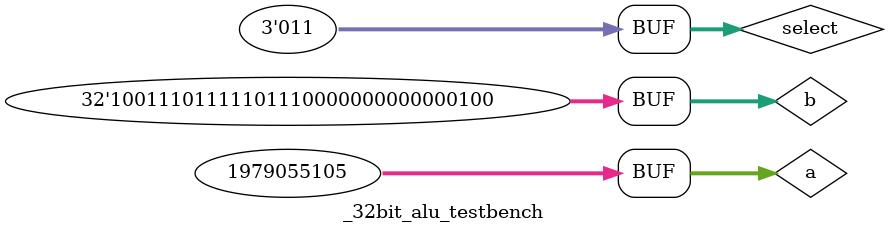
<source format=v>
`define DELAY 20
module _32bit_alu_testbench(); 
reg [31:0]a, b;
reg [2:0]select;
wire [31:0] out;
wire v , z , carry_out;
alu32 al(out,v,z,carry_out, a, b, select);

initial begin

// AND
a = 32'b00100100001010001110000000000100; b = 32'b00100100001010001110000000011110; select = 3'b000;
#`DELAY;
a = 32'b11111111111111111111111111111111; b = 32'b00000000000000000000000000000001; select = 3'b000;
#`DELAY;
a = 32'b10111010111101010111111110111100; b = 32'b10101111100101011111110101011110; select = 3'b000;
#`DELAY;
// OR
a = 32'b01000000000000000000000000000001; b = 32'b11000000000000000000000000000100; select = 3'b001;
#`DELAY;
a = 32'b11111111111111111111111111111111; b = 32'b00000000000000000000000000000001; select = 3'b001;
#`DELAY;
a = 32'b01000010000000001010110100000001; b = 32'b11010010111101111101010000000100; select = 3'b001;
#`DELAY;
// ADD
a = 32'b01100011111111011010100000011100; b = 32'b10000010000010111000000000011000; select = 3'b010;
#`DELAY;
a = 32'b01000000000111010110000000000001; b = 32'b01111100000000000000011100000100; select = 3'b010;
#`DELAY;
a = 32'b11000000000000000000000000000001; b = 32'b01000000000000000000000000000100; select = 3'b010;
#`DELAY;

// SUBSTRACT
a = 32'b00000000000000000000000000000001; b = 32'b00000000000000000000000000000010; select = 3'b110;
#`DELAY;
a = 32'b01110110100000000000000000000001; b = 32'b00011011011111010111000000000100; select = 3'b110;
#`DELAY;
a = 32'b11000000000000000000000000000001; b = 32'b10000001111011011000000000000100; select = 3'b110;
#`DELAY;

// SLT
a = 32'b01110101010101111111010101010101; b = 32'b11010111110110101111101010101010; select = 3'b111;
#`DELAY;
a = 32'b11000000000000000000000000000001; b = 32'b11000000000000000000000000000100; select = 3'b111;
#`DELAY;
a = 32'b01110101111101011111110000000001; b = 32'b10011101111101110000000000000100; select = 3'b111;
#`DELAY;
a = 32'b01110101111101011111110000000001; b = 32'b10011101111101110000000000000100; select = 3'b011;
#`DELAY;
end
 
 
initial
begin
$monitor("time = %2d, Input1 = %32b, Input2 = %32b, select=%3b, out=%32b ,v=%1b ,z=%1b, carry_out=%1b", $time, a, b, select, out,v,z,carry_out);
end
 
endmodule
</source>
